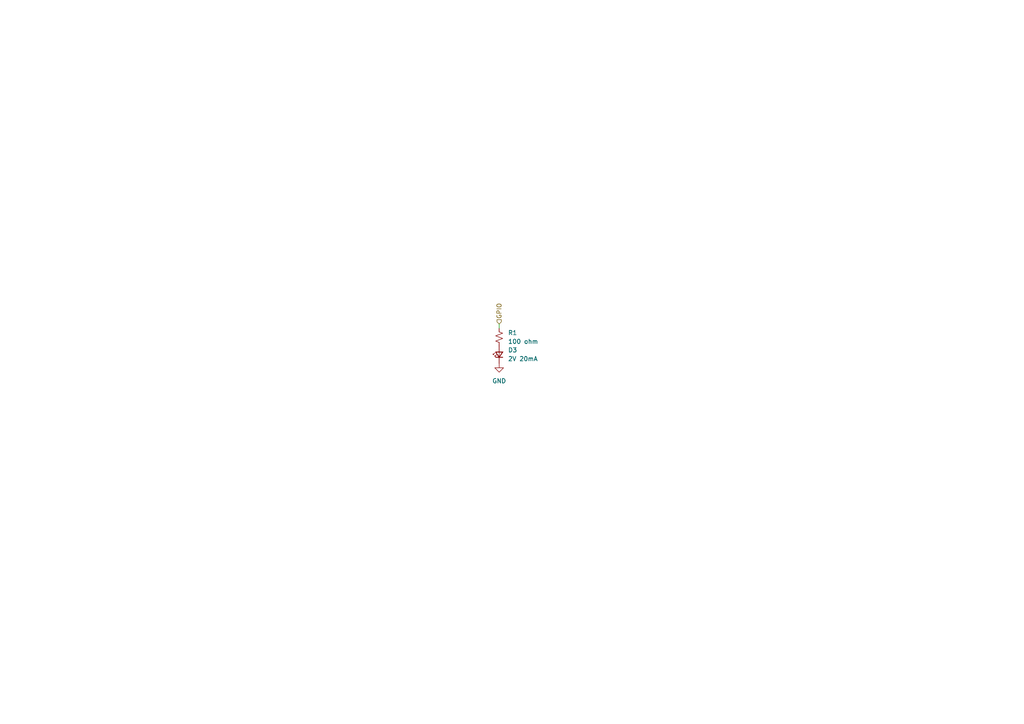
<source format=kicad_sch>
(kicad_sch (version 20230121) (generator eeschema)

  (uuid d25ebb37-f7c6-40d2-a198-62246645e88b)

  (paper "A4")

  (lib_symbols
    (symbol "Device:LED_Small" (pin_numbers hide) (pin_names (offset 0.254) hide) (in_bom yes) (on_board yes)
      (property "Reference" "D" (at -1.27 3.175 0)
        (effects (font (size 1.27 1.27)) (justify left))
      )
      (property "Value" "LED_Small" (at -4.445 -2.54 0)
        (effects (font (size 1.27 1.27)) (justify left))
      )
      (property "Footprint" "" (at 0 0 90)
        (effects (font (size 1.27 1.27)) hide)
      )
      (property "Datasheet" "~" (at 0 0 90)
        (effects (font (size 1.27 1.27)) hide)
      )
      (property "ki_keywords" "LED diode light-emitting-diode" (at 0 0 0)
        (effects (font (size 1.27 1.27)) hide)
      )
      (property "ki_description" "Light emitting diode, small symbol" (at 0 0 0)
        (effects (font (size 1.27 1.27)) hide)
      )
      (property "ki_fp_filters" "LED* LED_SMD:* LED_THT:*" (at 0 0 0)
        (effects (font (size 1.27 1.27)) hide)
      )
      (symbol "LED_Small_0_1"
        (polyline
          (pts
            (xy -0.762 -1.016)
            (xy -0.762 1.016)
          )
          (stroke (width 0.254) (type default))
          (fill (type none))
        )
        (polyline
          (pts
            (xy 1.016 0)
            (xy -0.762 0)
          )
          (stroke (width 0) (type default))
          (fill (type none))
        )
        (polyline
          (pts
            (xy 0.762 -1.016)
            (xy -0.762 0)
            (xy 0.762 1.016)
            (xy 0.762 -1.016)
          )
          (stroke (width 0.254) (type default))
          (fill (type none))
        )
        (polyline
          (pts
            (xy 0 0.762)
            (xy -0.508 1.27)
            (xy -0.254 1.27)
            (xy -0.508 1.27)
            (xy -0.508 1.016)
          )
          (stroke (width 0) (type default))
          (fill (type none))
        )
        (polyline
          (pts
            (xy 0.508 1.27)
            (xy 0 1.778)
            (xy 0.254 1.778)
            (xy 0 1.778)
            (xy 0 1.524)
          )
          (stroke (width 0) (type default))
          (fill (type none))
        )
      )
      (symbol "LED_Small_1_1"
        (pin passive line (at -2.54 0 0) (length 1.778)
          (name "K" (effects (font (size 1.27 1.27))))
          (number "1" (effects (font (size 1.27 1.27))))
        )
        (pin passive line (at 2.54 0 180) (length 1.778)
          (name "A" (effects (font (size 1.27 1.27))))
          (number "2" (effects (font (size 1.27 1.27))))
        )
      )
    )
    (symbol "Device:R_Small_US" (pin_numbers hide) (pin_names (offset 0.254) hide) (in_bom yes) (on_board yes)
      (property "Reference" "R" (at 0.762 0.508 0)
        (effects (font (size 1.27 1.27)) (justify left))
      )
      (property "Value" "R_Small_US" (at 0.762 -1.016 0)
        (effects (font (size 1.27 1.27)) (justify left))
      )
      (property "Footprint" "" (at 0 0 0)
        (effects (font (size 1.27 1.27)) hide)
      )
      (property "Datasheet" "~" (at 0 0 0)
        (effects (font (size 1.27 1.27)) hide)
      )
      (property "ki_keywords" "r resistor" (at 0 0 0)
        (effects (font (size 1.27 1.27)) hide)
      )
      (property "ki_description" "Resistor, small US symbol" (at 0 0 0)
        (effects (font (size 1.27 1.27)) hide)
      )
      (property "ki_fp_filters" "R_*" (at 0 0 0)
        (effects (font (size 1.27 1.27)) hide)
      )
      (symbol "R_Small_US_1_1"
        (polyline
          (pts
            (xy 0 0)
            (xy 1.016 -0.381)
            (xy 0 -0.762)
            (xy -1.016 -1.143)
            (xy 0 -1.524)
          )
          (stroke (width 0) (type default))
          (fill (type none))
        )
        (polyline
          (pts
            (xy 0 1.524)
            (xy 1.016 1.143)
            (xy 0 0.762)
            (xy -1.016 0.381)
            (xy 0 0)
          )
          (stroke (width 0) (type default))
          (fill (type none))
        )
        (pin passive line (at 0 2.54 270) (length 1.016)
          (name "~" (effects (font (size 1.27 1.27))))
          (number "1" (effects (font (size 1.27 1.27))))
        )
        (pin passive line (at 0 -2.54 90) (length 1.016)
          (name "~" (effects (font (size 1.27 1.27))))
          (number "2" (effects (font (size 1.27 1.27))))
        )
      )
    )
    (symbol "power:GND" (power) (pin_names (offset 0)) (in_bom yes) (on_board yes)
      (property "Reference" "#PWR" (at 0 -6.35 0)
        (effects (font (size 1.27 1.27)) hide)
      )
      (property "Value" "GND" (at 0 -3.81 0)
        (effects (font (size 1.27 1.27)))
      )
      (property "Footprint" "" (at 0 0 0)
        (effects (font (size 1.27 1.27)) hide)
      )
      (property "Datasheet" "" (at 0 0 0)
        (effects (font (size 1.27 1.27)) hide)
      )
      (property "ki_keywords" "global power" (at 0 0 0)
        (effects (font (size 1.27 1.27)) hide)
      )
      (property "ki_description" "Power symbol creates a global label with name \"GND\" , ground" (at 0 0 0)
        (effects (font (size 1.27 1.27)) hide)
      )
      (symbol "GND_0_1"
        (polyline
          (pts
            (xy 0 0)
            (xy 0 -1.27)
            (xy 1.27 -1.27)
            (xy 0 -2.54)
            (xy -1.27 -1.27)
            (xy 0 -1.27)
          )
          (stroke (width 0) (type default))
          (fill (type none))
        )
      )
      (symbol "GND_1_1"
        (pin power_in line (at 0 0 270) (length 0) hide
          (name "GND" (effects (font (size 1.27 1.27))))
          (number "1" (effects (font (size 1.27 1.27))))
        )
      )
    )
  )


  (wire (pts (xy 144.78 93.98) (xy 144.78 95.25))
    (stroke (width 0) (type default))
    (uuid 28382f3f-7038-4b82-bc31-867bfd62565a)
  )

  (hierarchical_label "GPIO" (shape input) (at 144.78 93.98 90) (fields_autoplaced)
    (effects (font (size 1.27 1.27)) (justify left))
    (uuid feba912a-192c-433b-a141-4b53a7633f18)
  )

  (symbol (lib_id "Device:R_Small_US") (at 144.78 97.79 0) (unit 1)
    (in_bom yes) (on_board yes) (dnp no) (fields_autoplaced)
    (uuid 10f4fd38-a9ce-4eff-86d8-d97b0963e79a)
    (property "Reference" "R1" (at 147.32 96.52 0)
      (effects (font (size 1.27 1.27)) (justify left))
    )
    (property "Value" "100 ohm" (at 147.32 99.06 0)
      (effects (font (size 1.27 1.27)) (justify left))
    )
    (property "Footprint" "Resistor_SMD:R_0805_2012Metric" (at 144.78 97.79 0)
      (effects (font (size 1.27 1.27)) hide)
    )
    (property "Datasheet" "~" (at 144.78 97.79 0)
      (effects (font (size 1.27 1.27)) hide)
    )
    (pin "2" (uuid 779f63aa-1456-4177-a5c0-b99c3452cb2e))
    (pin "1" (uuid e60a3e81-a8cf-4aaf-9be8-3216f8d7b452))
    (instances
      (project "temp"
        (path "/4ab6c597-c995-4ded-b4e9-3fe49657a9f7"
          (reference "R1") (unit 1)
        )
      )
      (project "micromouse"
        (path "/77cbf270-6b61-4f1a-b1cd-1a823bc4a9d0"
          (reference "R3") (unit 1)
        )
        (path "/77cbf270-6b61-4f1a-b1cd-1a823bc4a9d0/cf9a1018-f024-4f3e-aaf6-05bf8a1e7d4b"
          (reference "R4") (unit 1)
        )
        (path "/77cbf270-6b61-4f1a-b1cd-1a823bc4a9d0/daba2f40-92d1-4b6c-9ee3-215d7fa7e5a6"
          (reference "R8") (unit 1)
        )
        (path "/77cbf270-6b61-4f1a-b1cd-1a823bc4a9d0/4b3d5daa-e131-4877-bb69-38de06be5526"
          (reference "R3") (unit 1)
        )
        (path "/77cbf270-6b61-4f1a-b1cd-1a823bc4a9d0/44195e8c-2f3e-434f-a22f-0c1fa096b1b0"
          (reference "R8") (unit 1)
        )
      )
    )
  )

  (symbol (lib_id "power:GND") (at 144.78 105.41 0) (unit 1)
    (in_bom yes) (on_board yes) (dnp no) (fields_autoplaced)
    (uuid 11ddaff9-496f-40f3-87dd-02de3937ed82)
    (property "Reference" "#PWR037" (at 144.78 111.76 0)
      (effects (font (size 1.27 1.27)) hide)
    )
    (property "Value" "GND" (at 144.78 110.49 0)
      (effects (font (size 1.27 1.27)))
    )
    (property "Footprint" "" (at 144.78 105.41 0)
      (effects (font (size 1.27 1.27)) hide)
    )
    (property "Datasheet" "" (at 144.78 105.41 0)
      (effects (font (size 1.27 1.27)) hide)
    )
    (pin "1" (uuid f4834676-70b2-42c4-9828-d9a9c9420397))
    (instances
      (project "micromouse"
        (path "/77cbf270-6b61-4f1a-b1cd-1a823bc4a9d0"
          (reference "#PWR037") (unit 1)
        )
        (path "/77cbf270-6b61-4f1a-b1cd-1a823bc4a9d0/4b3d5daa-e131-4877-bb69-38de06be5526"
          (reference "#PWR037") (unit 1)
        )
        (path "/77cbf270-6b61-4f1a-b1cd-1a823bc4a9d0/44195e8c-2f3e-434f-a22f-0c1fa096b1b0"
          (reference "#PWR038") (unit 1)
        )
      )
    )
  )

  (symbol (lib_id "Device:LED_Small") (at 144.78 102.87 90) (unit 1)
    (in_bom yes) (on_board yes) (dnp no) (fields_autoplaced)
    (uuid 854f795f-f99a-4b15-9b71-6ad3caf4d88c)
    (property "Reference" "D3" (at 147.32 101.5365 90)
      (effects (font (size 1.27 1.27)) (justify right))
    )
    (property "Value" "2V 20mA" (at 147.32 104.0765 90)
      (effects (font (size 1.27 1.27)) (justify right))
    )
    (property "Footprint" "LED_SMD:LED_0603_1608Metric" (at 144.78 102.87 90)
      (effects (font (size 1.27 1.27)) hide)
    )
    (property "Datasheet" "~" (at 144.78 102.87 90)
      (effects (font (size 1.27 1.27)) hide)
    )
    (pin "2" (uuid 42a348e6-635c-4fe2-bdd9-afcbc9dd9d1e))
    (pin "1" (uuid fbfe253c-8d64-48e1-a7ca-e9d807db9655))
    (instances
      (project "micromouse"
        (path "/77cbf270-6b61-4f1a-b1cd-1a823bc4a9d0"
          (reference "D3") (unit 1)
        )
        (path "/77cbf270-6b61-4f1a-b1cd-1a823bc4a9d0/4b3d5daa-e131-4877-bb69-38de06be5526"
          (reference "D3") (unit 1)
        )
        (path "/77cbf270-6b61-4f1a-b1cd-1a823bc4a9d0/44195e8c-2f3e-434f-a22f-0c1fa096b1b0"
          (reference "D4") (unit 1)
        )
      )
    )
  )
)

</source>
